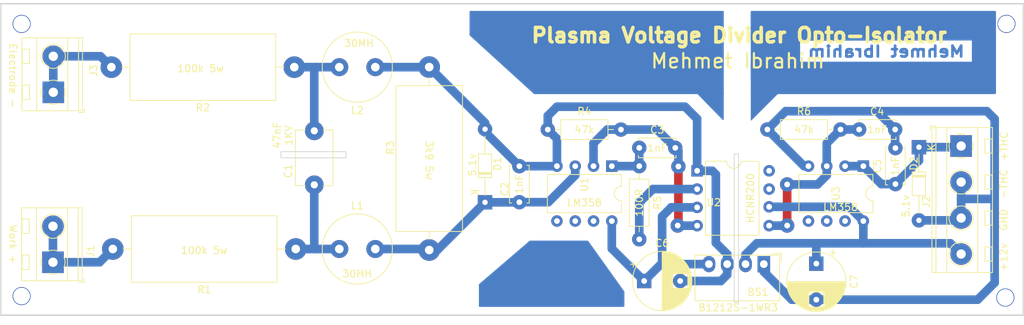
<source format=kicad_pcb>
(kicad_pcb (version 20211014) (generator pcbnew)
  (title_block (title "Plasma Voltage Divider Opto-Isolator") (date "2023-04-16") (company "Mehmet Ibrahim") (comment 1 "https://www.youtube.com/@MehmetIbrahim") (comment 2 "Can be canceled and 2 separate sources can be used.") (comment 3 "B1212S-1WR3 was used to use a single source in the circuit.") (comment 4 "For complete isolation, the circuit must be fed from 2 different sources."))
  (layers (0 "F.Cu" signal) (31 "B.Cu" signal) (34 "B.Paste" user) (35 "F.Paste" user) (36 "B.SilkS" user "B.Silkscreen") (37 "F.SilkS" user "F.Silkscreen") (38 "B.Mask" user) (39 "F.Mask" user) (44 "Edge.Cuts" user))
  (net 0 "")
  (net 1 "Net-(C1-Pad1)")
  (net 2 "Net-(C1-Pad2)")
  (net 3 "Net-(BS1-Pad2)")
  (net 4 "Net-(C3-Pad1)")
  (net 5 "Net-(BS1-Pad4)")
  (net 8 "GND2")
  (net 9 "GND1")
  (net 10 "Net-(C3-Pad2)")
  (net 11 "Net-(C5-Pad1)")
  (net 12 "Net-(C2-Pad1)")
  (net 13 "Net-(C4-Pad1)")
  (net 14 "Net-(R5-Pad2)")
  (net 15 "Net-(J1-Pad1)")
  (net 16 "Net-(J3-Pad1)")
  (footprint "Diode_THT:D_DO-34_SOD68_P10.16mm_Horizontal" (layer "F.Cu") (at 201 94.92 -90)
    (fp_text reference "D2" (at 2.28 0.7 90) (layer "F.SilkS"))
    (fp_text value "5.1v")
    (fp_text user "K" (at 0 -1.75 90) (layer "F.SilkS"))
    (pad "1" thru_hole rect (at 0 0 270) (size 2 2) (drill 0.75) (layers *.Cu *.Mask) (net 11 "Net-(C5-Pad1)"))
    (pad "2" thru_hole oval (at 10.16 0 270) (size 2 2) (drill 0.75) (layers *.Cu *.Mask) (net 8 "GND2"))
  )
  (footprint "Capacitor_THT:CP_Radial_D8.0mm_P5.00mm" (layer "F.Cu") (at 162.847349 113.5)
    (fp_text reference "C6" (at 2.5 -5.25) (layer "F.SilkS"))
    (fp_text value "2.2µF/25V")
    (pad "1" thru_hole rect (at 0 0) (size 2 2) (drill 0.8) (layers *.Cu *.Mask) (net 5 "Net-(BS1-Pad4)"))
    (pad "2" thru_hole circle (at 5 0) (size 2 2) (drill 0.8) (layers *.Cu *.Mask) (net 9 "GND1"))
  )
  (footprint "Diode_THT:D_DO-34_SOD68_P10.16mm_Horizontal" (layer "F.Cu") (at 140.75 102.58 90)
    (fp_text reference "D1" (at 5.34 1.735 90) (layer "F.SilkS"))
    (fp_text value "5.1v")
    (fp_text user "K" (at 1.38 -1.35 90) (layer "F.SilkS") (effects (justify mirror)))
    (pad "1" thru_hole rect (at 0 0 90) (size 2 2) (drill 0.75) (layers *.Cu *.Mask) (net 12 "Net-(C2-Pad1)"))
    (pad "2" thru_hole oval (at 10.16 0 90) (size 2 2) (drill 0.75) (layers *.Cu *.Mask) (net 9 "GND1"))
  )
  (footprint "TerminalBlock_MetzConnect:TerminalBlock_MetzConnect_Type094_RT03502HBLU_1x02_P5.00mm_Horizontal" (layer "F.Cu") (at 80.755 110.9 90)
    (fp_text reference "J1" (at 1.535 5.25 90) (layer "F.SilkS"))
    (fp_text value "Plasma Positive Work")
    (pad "1" thru_hole rect (at 0 0 90) (size 3 3) (drill 1.3) (layers *.Cu *.Mask) (net 15 "Net-(J1-Pad1)"))
    (pad "2" thru_hole circle (at 5 0 90) (size 3 3) (drill 1.3) (layers *.Cu *.Mask) (net 15 "Net-(J1-Pad1)"))
  )
  (footprint "Inductor_THT:L_Radial_D9.5mm_P5.00mm_Fastron_07HVP" (layer "F.Cu") (at 120.515 109.06)
    (fp_text reference "L1" (at 2.5 -6) (layer "F.SilkS"))
    (fp_text value "9x12 - 30MH")
    (pad "1" thru_hole circle (at 0 0) (size 2.5 2.5) (drill 1.2) (layers *.Cu *.Mask) (net 1 "Net-(C1-Pad1)"))
    (pad "2" thru_hole circle (at 5 0) (size 2.5 2.5) (drill 1.2) (layers *.Cu *.Mask) (net 12 "Net-(C2-Pad1)"))
  )
  (footprint "Capacitor_THT:C_Disc_D5.0mm_W2.5mm_P5.00mm" (layer "F.Cu") (at 197.735 100.045 90)
    (fp_text reference "C5" (at 2.5 -2.5 90) (layer "F.SilkS"))
    (fp_text value "1nF" (at 2.5 -0.01 90) (layer "F.SilkS"))
    (pad "1" thru_hole circle (at 0 0 90) (size 2 2) (drill 0.8) (layers *.Cu *.Mask) (net 11 "Net-(C5-Pad1)"))
    (pad "2" thru_hole circle (at 5 0 90) (size 2 2) (drill 0.8) (layers *.Cu *.Mask) (net 8 "GND2"))
  )
  (footprint "Package_DIP:DIP-8_W7.62mm" (layer "F.Cu") (at 158.355 97.555 -90)
    (fp_text reference "U1" (at 2.54 3.81 90) (layer "F.SilkS"))
    (fp_text value "LM358" (at 5.08 3.81) (layer "F.SilkS"))
    (pad "1" thru_hole rect (at 0 0 270) (size 1.6 1.6) (drill 0.8) (layers *.Cu *.Mask) (net 4 "Net-(C3-Pad1)"))
    (pad "2" thru_hole oval (at 0 2.54 270) (size 1.6 1.6) (drill 0.8) (layers *.Cu *.Mask) (net 10 "Net-(C3-Pad2)"))
    (pad "3" thru_hole oval (at 0 5.08 270) (size 1.6 1.6) (drill 0.8) (layers *.Cu *.Mask) (net 12 "Net-(C2-Pad1)"))
    (pad "4" thru_hole oval (at 0 7.62 270) (size 1.6 1.6) (drill 0.8) (layers *.Cu *.Mask) (net 9 "GND1"))
    (pad "5" thru_hole oval (at 7.62 7.62 270) (size 1.6 1.6) (drill 0.8) (layers *.Cu *.Mask))
    (pad "6" thru_hole oval (at 7.62 5.08 270) (size 1.6 1.6) (drill 0.8) (layers *.Cu *.Mask))
    (pad "7" thru_hole oval (at 7.62 2.54 270) (size 1.6 1.6) (drill 0.8) (layers *.Cu *.Mask))
    (pad "8" thru_hole oval (at 7.62 0 270) (size 1.6 1.6) (drill 0.8) (layers *.Cu *.Mask) (net 5 "Net-(BS1-Pad4)"))
  )
  (footprint "Resistor_THT:R_Axial_DIN0207_L6.3mm_D2.5mm_P10.16mm_Horizontal" (layer "F.Cu") (at 162.165 97.555 -90)
    (fp_text reference "R5" (at 5.08 -2.54 90) (layer "F.SilkS"))
    (fp_text value "100R" (at 5.08 0 90) (layer "F.SilkS"))
    (pad "1" thru_hole circle (at 0 0 270) (size 2 2) (drill 0.8) (layers *.Cu *.Mask) (net 4 "Net-(C3-Pad1)"))
    (pad "2" thru_hole oval (at 10.16 0 270) (size 2 2) (drill 0.8) (layers *.Cu *.Mask) (net 14 "Net-(R5-Pad2)"))
  )
  (footprint "Converter_DCDC:Converter_DCDC_Murata_MEE1SxxxxSC_THT" (layer "F.Cu") (at 179.4575 111.1575 -90)
    (fp_text reference "BS1" (at 3.8925 0.8075) (layer "F.SilkS"))
    (fp_text value "B1212S-1WR3")
    (pad "1" thru_hole rect (at 0 0 180) (size 1.75 2.25) (drill 1.075) (layers *.Cu *.Mask) (net 8 "GND2"))
    (pad "2" thru_hole oval (at 0 2.54 180) (size 1.75 2.25) (drill 1.075) (layers *.Cu *.Mask) (net 3 "Net-(BS1-Pad2)"))
    (pad "3" thru_hole oval (at 0 5.08 180) (size 1.75 2.25) (drill 1.075) (layers *.Cu *.Mask) (net 9 "GND1"))
    (pad "4" thru_hole oval (at 0 7.62 180) (size 1.75 2.25) (drill 1.075) (layers *.Cu *.Mask) (net 5 "Net-(BS1-Pad4)"))
  )
  (footprint "Resistor_THT:R_Axial_DIN0207_L6.3mm_D2.5mm_P10.16mm_Horizontal" (layer "F.Cu") (at 190.115 92.465 180)
    (fp_text reference "R6" (at 5.08 2.53) (layer "F.SilkS"))
    (fp_text value "47k" (at 5.08 -0.01) (layer "F.SilkS"))
    (pad "1" thru_hole circle (at 0 0 180) (size 2 2) (drill 0.8) (layers *.Cu *.Mask) (net 13 "Net-(C4-Pad1)"))
    (pad "2" thru_hole oval (at 10.16 0 180) (size 2 2) (drill 0.8) (layers *.Cu *.Mask) (net 8 "GND2"))
  )
  (footprint "Capacitor_THT:C_Disc_D5.0mm_W2.5mm_P5.00mm" (layer "F.Cu") (at 145.515 102.56 90)
    (fp_text reference "C2" (at 1.81 -2.015 90) (layer "F.SilkS"))
    (fp_text value "1nF")
    (pad "1" thru_hole circle (at 0 0 90) (size 2 2) (drill 0.8) (layers *.Cu *.Mask) (net 12 "Net-(C2-Pad1)"))
    (pad "2" thru_hole circle (at 5 0 90) (size 2 2) (drill 0.8) (layers *.Cu *.Mask) (net 9 "GND1"))
  )
  (footprint "Capacitor_THT:C_Disc_D7.5mm_W5.0mm_P7.50mm" (layer "F.Cu") (at 117.04 100.15 90)
    (fp_text reference "C1" (at 1.91 -3.615 90) (layer "F.SilkS"))
    (fp_text value "47nF 1KV")
    (pad "1" thru_hole circle (at 0 0 90) (size 2.6 2.6) (drill 1) (layers *.Cu *.Mask) (net 1 "Net-(C1-Pad1)"))
    (pad "2" thru_hole circle (at 7.5 0 90) (size 2.6 2.6) (drill 1) (layers *.Cu *.Mask) (net 2 "Net-(C1-Pad2)"))
  )
  (footprint "Package_DIP:DIP-8_W7.62mm" (layer "F.Cu") (at 170.2 98.2)
    (fp_text reference "U2" (at 2.3 4.4) (layer "F.SilkS"))
    (fp_text value "HCNR200" (at 7.4 3.8 90) (layer "F.SilkS"))
    (pad "1" thru_hole rect (at 0 0) (size 1.6 1.6) (drill 0.8) (layers *.Cu *.Mask) (net 9 "GND1"))
    (pad "2" thru_hole oval (at 0 2.54) (size 1.6 1.6) (drill 0.8) (layers *.Cu *.Mask) (net 14 "Net-(R5-Pad2)"))
    (pad "3" thru_hole oval (at 0 5.08) (size 1.6 1.6) (drill 0.8) (layers *.Cu *.Mask) (net 5 "Net-(BS1-Pad4)"))
    (pad "4" thru_hole oval (at 0 7.62) (size 1.6 1.6) (drill 0.8) (layers *.Cu *.Mask) (net 10 "Net-(C3-Pad2)"))
    (pad "5" thru_hole oval (at 10 7.62) (size 1.6 1.6) (drill 0.8) (layers *.Cu *.Mask) (net 13 "Net-(C4-Pad1)"))
    (pad "6" thru_hole oval (at 10 5) (size 1.6 1.6) (drill 0.8) (layers *.Cu *.Mask) (net 3 "Net-(BS1-Pad2)"))
    (pad "7" thru_hole oval (at 10 2.54) (size 1.6 1.6) (drill 0.8) (layers *.Cu *.Mask))
    (pad "8" thru_hole oval (at 10 0) (size 1.6 1.6) (drill 0.8) (layers *.Cu *.Mask))
  )
  (footprint "Resistor_THT:R_Axial_DIN0922_L20.0mm_D9.0mm_P25.40mm_Horizontal" (layer "F.Cu") (at 133 83.8 -90)
    (fp_text reference "R3" (at 11.2 5.4 90) (layer "F.SilkS"))
    (fp_text value "3k9")
    (pad "1" thru_hole circle (at 0 0 270) (size 3 3) (drill 1.2) (layers *.Cu *.Mask) (net 9 "GND1"))
    (pad "2" thru_hole oval (at 25.4 0 270) (size 3 3) (drill 1.2) (layers *.Cu *.Mask) (net 12 "Net-(C2-Pad1)"))
  )
  (footprint "Inductor_THT:L_Radial_D9.5mm_P5.00mm_Fastron_07HVP" (layer "F.Cu") (at 125.515 83.81 180)
    (fp_text reference "L2" (at 2.5 -6) (layer "F.SilkS"))
    (fp_text value "9x12 - 30MH")
    (pad "1" thru_hole circle (at 0 0 180) (size 2.5 2.5) (drill 1.2) (layers *.Cu *.Mask) (net 9 "GND1"))
    (pad "2" thru_hole circle (at 5 0 180) (size 2.5 2.5) (drill 1.2) (layers *.Cu *.Mask) (net 2 "Net-(C1-Pad2)"))
  )
  (footprint "TerminalBlock_MetzConnect:TerminalBlock_MetzConnect_Type094_RT03504HBLU_1x04_P5.00mm_Horizontal" (layer "F.Cu") (at 206.86 94.76 -90)
    (fp_text reference "J2" (at 7.75 4.845 90) (layer "F.SilkS"))
    (fp_text value "Power / Output")
    (pad "1" thru_hole rect (at 0 0 270) (size 3 3) (drill 1.3) (layers *.Cu *.Mask) (net 11 "Net-(C5-Pad1)"))
    (pad "2" thru_hole circle (at 5 0 270) (size 3 3) (drill 1.3) (layers *.Cu *.Mask) (net 8 "GND2"))
    (pad "3" thru_hole circle (at 10 0 270) (size 3 3) (drill 1.3) (layers *.Cu *.Mask) (net 8 "GND2"))
    (pad "4" thru_hole circle (at 15 0 270) (size 3 3) (drill 1.3) (layers *.Cu *.Mask) (net 3 "Net-(BS1-Pad2)"))
  )
  (footprint "Capacitor_THT:CP_Radial_D8.0mm_P5.00mm" (layer "F.Cu") (at 186.75 111.097349 -90)
    (fp_text reference "C7" (at 2.5 -5.25 90) (layer "F.SilkS"))
    (fp_text value "2.2µF/25V")
    (pad "1" thru_hole rect (at 0 0 270) (size 2 2) (drill 0.8) (layers *.Cu *.Mask) (net 3 "Net-(BS1-Pad2)"))
    (pad "2" thru_hole circle (at 5 0 270) (size 2 2) (drill 0.8) (layers *.Cu *.Mask) (net 8 "GND2"))
  )
  (footprint "Resistor_THT:R_Axial_DIN0922_L20.0mm_D9.0mm_P25.40mm_Horizontal" (layer "F.Cu") (at 114.265 83.81 180)
    (fp_text reference "R2" (at 12.7 -5.62) (layer "F.SilkS"))
    (fp_text value "100k")
    (pad "1" thru_hole circle (at 0 0 180) (size 3 3) (drill 1.2) (layers *.Cu *.Mask) (net 2 "Net-(C1-Pad2)"))
    (pad "2" thru_hole oval (at 25.4 0 180) (size 3 3) (drill 1.2) (layers *.Cu *.Mask) (net 16 "Net-(J3-Pad1)"))
  )
  (footprint "Capacitor_THT:C_Disc_D5.0mm_W2.5mm_P5.00mm" (layer "F.Cu") (at 162.165 95.015)
    (fp_text reference "C3" (at 2.5 -2.5) (layer "F.SilkS"))
    (fp_text value "1nF" (at 2.5 0) (layer "F.SilkS"))
    (pad "1" thru_hole circle (at 0 0) (size 2 2) (drill 0.8) (layers *.Cu *.Mask) (net 4 "Net-(C3-Pad1)"))
    (pad "2" thru_hole circle (at 5 0) (size 2 2) (drill 0.8) (layers *.Cu *.Mask) (net 10 "Net-(C3-Pad2)"))
  )
  (footprint "Resistor_THT:R_Axial_DIN0207_L6.3mm_D2.5mm_P10.16mm_Horizontal" (layer "F.Cu") (at 149.465 92.475)
    (fp_text reference "R4" (at 5.08 -2.54) (layer "F.SilkS"))
    (fp_text value "47k" (at 5.08 0) (layer "F.SilkS"))
    (pad "1" thru_hole circle (at 0 0) (size 2 2) (drill 0.8) (layers *.Cu *.Mask) (net 9 "GND1"))
    (pad "2" thru_hole oval (at 10.16 0) (size 2 2) (drill 0.8) (layers *.Cu *.Mask) (net 10 "Net-(C3-Pad2)"))
  )
  (footprint "Resistor_THT:R_Axial_DIN0922_L20.0mm_D9.0mm_P25.40mm_Horizontal" (layer "F.Cu") (at 114.465 109.06 180)
    (fp_text reference "R1" (at 12.7 -5.62) (layer "F.SilkS"))
    (fp_text value "100k")
    (pad "1" thru_hole circle (at 0 0 180) (size 3 3) (drill 1.2) (layers *.Cu *.Mask) (net 1 "Net-(C1-Pad1)"))
    (pad "2" thru_hole oval (at 25.4 0 180) (size 3 3) (drill 1.2) (layers *.Cu *.Mask) (net 15 "Net-(J1-Pad1)"))
  )
  (footprint "Capacitor_THT:C_Disc_D5.0mm_W2.5mm_P5.00mm" (layer "F.Cu") (at 192.695 92.465)
    (fp_text reference "C4" (at 2.5 -2.5) (layer "F.SilkS"))
    (fp_text value "1nF" (at 2.5 0.01) (layer "F.SilkS"))
    (pad "1" thru_hole circle (at 0 0) (size 2 2) (drill 0.8) (layers *.Cu *.Mask) (net 13 "Net-(C4-Pad1)"))
    (pad "2" thru_hole circle (at 5 0) (size 2 2) (drill 0.8) (layers *.Cu *.Mask) (net 8 "GND2"))
  )
  (footprint "TerminalBlock_MetzConnect:TerminalBlock_MetzConnect_Type094_RT03502HBLU_1x02_P5.00mm_Horizontal" (layer "F.Cu") (at 80.8 87.3 90)
    (fp_text reference "J3" (at 3 5.595 90) (layer "F.SilkS"))
    (fp_text value "Plasma Negative Electrode")
    (pad "1" thru_hole rect (at 0 0 90) (size 3 3) (drill 1.3) (layers *.Cu *.Mask) (net 16 "Net-(J3-Pad1)"))
    (pad "2" thru_hole circle (at 5 0 90) (size 3 3) (drill 1.3) (layers *.Cu *.Mask) (net 16 "Net-(J3-Pad1)"))
  )
  (footprint "Package_DIP:DIP-8_W7.62mm" (layer "F.Cu") (at 193.28 97.555 -90)
    (fp_text reference "U3" (at 3.81 3.81 90) (layer "F.SilkS"))
    (fp_text value "LM358" (at 5.705 3.165) (layer "F.SilkS"))
    (pad "1" thru_hole rect (at 0 0 270) (size 1.6 1.6) (drill 0.8) (layers *.Cu *.Mask) (net 11 "Net-(C5-Pad1)"))
    (pad "2" thru_hole oval (at 0 2.54 270) (size 1.6 1.6) (drill 0.8) (layers *.Cu *.Mask) (net 11 "Net-(C5-Pad1)"))
    (pad "3" thru_hole oval (at 0 5.08 270) (size 1.6 1.6) (drill 0.8) (layers *.Cu *.Mask) (net 13 "Net-(C4-Pad1)"))
    (pad "4" thru_hole oval (at 0 7.62 270) (size 1.6 1.6) (drill 0.8) (layers *.Cu *.Mask) (net 8 "GND2"))
    (pad "5" thru_hole oval (at 7.62 7.62 270) (size 1.6 1.6) (drill 0.8) (layers *.Cu *.Mask))
    (pad "6" thru_hole oval (at 7.62 5.08 270) (size 1.6 1.6) (drill 0.8) (layers *.Cu *.Mask))
    (pad "7" thru_hole oval (at 7.62 2.54 270) (size 1.6 1.6) (drill 0.8) (layers *.Cu *.Mask))
    (pad "8" thru_hole oval (at 7.62 0 270) (size 1.6 1.6) (drill 0.8) (layers *.Cu *.Mask) (net 3 "Net-(BS1-Pad2)"))
  )
  (gr_poly (pts (xy 177.75 91.05) (xy 177.75 87.5) (xy 181.45 87.35)) (layer "B.Cu") (width 0.2) (fill solid))
  (gr_poly (pts (xy 211.55 80) (xy 177.75 80.05) (xy 177.75 76.1) (xy 211.55 76.1)) (layer "B.Cu") (width 0.2) (fill solid))
  (gr_rect (start 211.6 76.125) (end 208.45 87.375) (layer "B.Cu") (width 0.2) (fill solid))
  (gr_rect (start 177.75 76.25) (end 184.4 85.45) (layer "B.Cu") (width 0.2) (fill solid))
  (gr_poly (pts (xy 173.8 87.45) (xy 173.8 91.05) (xy 170.1 87.25)) (layer "B.Cu") (width 0.2) (fill solid))
  (gr_poly (pts (xy 211.55 87.45) (xy 177.75 87.45) (xy 177.75 83.15) (xy 211.55 83.15)) (layer "B.Cu") (width 0.2) (fill solid))
  (gr_poly (pts (xy 160 115) (xy 160 117) (xy 140 117) (xy 140 114) (xy 147 108) (xy 155 108)) (layer "B.Cu") (width 0.2) (fill solid))
  (gr_poly (pts (xy 173.8 87.45) (xy 147.6 87.45) (xy 138.7 79.35) (xy 138.7 76.1) (xy 173.8 76.1)) (layer "B.Cu") (width 0.2) (fill solid))
  (gr_rect (start 73.5 75) (end 215.5 118.25) (layer "Edge.Cuts") (width 0.2) (fill none))
  (gr_rect (start 121.445 95.55) (end 112.395 96.4) (layer "Edge.Cuts") (width 0.1) (fill none))
  (gr_rect (start 175.35 95.85) (end 175.95 116.425) (layer "Edge.Cuts") (width 0.1) (fill none))
  (gr_text "Mehmet Ibrahim" (at 196.45 81.65) (layer "B.Cu") (effects (font (size 1.5 1.8) (thickness 0.375)) (justify mirror)))
  (gr_text "+12v" (at 212.765 110.2 90) (layer "F.SilkS") (effects (font (size 1 1))))
  (gr_text "47nF\n1KV" (at 112.68 93.28 90) (layer "F.SilkS") (effects (font (size 1 1))))
  (gr_text "1nF" (at 145.5 100.06 90) (layer "F.SilkS") (effects (font (size 1 1))))
  (gr_text "-THC" (at 212.765 100 90) (layer "F.SilkS") (effects (font (size 1 1))))
  (gr_text "5.1v" (at 199.2 103.1 90) (layer "F.SilkS") (effects (font (size 1 1))))
  (gr_text "Work +" (at 75.2 108.4 -90) (layer "F.SilkS") (effects (font (size 1 1))))
  (gr_text "5.1v" (at 139 97.4 90) (layer "F.SilkS") (effects (font (size 1 1))))
  (gr_text "100k 5w" (at 101.75 109.25) (layer "F.SilkS") (effects (font (size 1 1))))
  (gr_text "100k 5w" (at 101.25 84) (layer "F.SilkS") (effects (font (size 1 1))))
  (gr_text "3k9 5w" (at 133 96.75 -90) (layer "F.SilkS") (effects (font (size 1 1))))
  (gr_text "Plasma Voltage Divider Opto-Isolator" (at 176.05 79.4) (layer "F.SilkS") (effects (font (size 2 2) (thickness 0.5))))
  (gr_text "Electrode -" (at 75.2 85 -90) (layer "F.SilkS") (effects (font (size 1 1))))
  (gr_text "+THC" (at 212.8 94.8 90) (layer "F.SilkS") (effects (font (size 1 1))))
  (gr_text "GND" (at 212.765 105.01 90) (layer "F.SilkS") (effects (font (size 1 1))))
  (gr_text "B1212S-1WR3" (at 175.9 117.2) (layer "F.SilkS") (effects (font (size 1 1))))
  (gr_text "30MH" (at 123 112.5) (layer "F.SilkS") (effects (font (size 1 1))))
  (gr_text "30MH" (at 123.25 80.5) (layer "F.SilkS") (effects (font (size 1 1))))
  (gr_text "Mehmet Ibrahim" (at 175.85 82.95) (layer "F.SilkS") (effects (font (size 2 2) (thickness 0.3))))
  (via (at 213.1495 77.8) (size 2.5) (drill 2.3) (layers "F.Cu" "B.Cu") (net 0))
  (via (at 76.4 115.6) (size 2.5) (drill 2.3) (layers "F.Cu" "B.Cu") (net 0))
  (via (at 213 115.8) (size 2.5) (drill 2.3) (layers "F.Cu" "B.Cu") (net 0))
  (via (at 76.4 77.8) (size 2.5) (drill 2.3) (layers "F.Cu" "B.Cu") (net 0))
  (segment (start 117.14 109.06) (end 120.515 109.06) (width 1.2) (layer "B.Cu") (net 1))
  (segment (start 117.04 108.96) (end 117.14 109.06) (width 1.2) (layer "B.Cu") (net 1))
  (segment (start 114.465 109.06) (end 117.14 109.06) (width 1.2) (layer "B.Cu") (net 1))
  (segment (start 117.04 100.15) (end 117.04 108.96) (width 1.2) (layer "B.Cu") (net 1))
  (segment (start 117.04 92.65) (end 117.04 84.08) (width 1.2) (layer "B.Cu") (net 2))
  (segment (start 117.31 83.81) (end 120.515 83.81) (width 1.2) (layer "B.Cu") (net 2))
  (segment (start 114.265 83.81) (end 117.31 83.81) (width 1.2) (layer "B.Cu") (net 2))
  (segment (start 117.04 84.08) (end 117.31 83.81) (width 1.2) (layer "B.Cu") (net 2))
  (segment (start 176.9175 111.1575) (end 176.9175 109.8325) (width 1.2) (layer "B.Cu") (net 3))
  (segment (start 193.28 108.22) (end 193.235 108.265) (width 1.2) (layer "B.Cu") (net 3))
  (segment (start 186.75 111.097349) (end 186.75 108.28) (width 1.2) (layer "B.Cu") (net 3))
  (segment (start 186.765 108.265) (end 193.235 108.265) (width 1.2) (layer "B.Cu") (net 3))
  (segment (start 205.365 108.265) (end 193.235 108.265) (width 1.2) (layer "B.Cu") (net 3))
  (segment (start 180.2 103.2) (end 191.305 103.2) (width 1.2) (layer "B.Cu") (net 3))
  (segment (start 193.28 105.175) (end 193.28 108.22) (width 1.2) (layer "B.Cu") (net 3))
  (segment (start 176.9175 109.8325) (end 178.485 108.265) (width 1.2) (layer "B.Cu") (net 3))
  (segment (start 178.485 108.265) (end 186.765 108.265) (width 1.2) (layer "B.Cu") (net 3))
  (segment (start 191.305 103.2) (end 193.28 105.175) (width 1.2) (layer "B.Cu") (net 3))
  (segment (start 186.75 108.28) (end 186.765 108.265) (width 1.2) (layer "B.Cu") (net 3))
  (segment (start 206.86 109.76) (end 205.365 108.265) (width 1.2) (layer "B.Cu") (net 3))
  (segment (start 158.355 97.555) (end 162.165 97.555) (width 1.2) (layer "B.Cu") (net 4))
  (segment (start 162.165 97.555) (end 162.165 95.015) (width 1.2) (layer "B.Cu") (net 4))
  (segment (start 166.61 103.27) (end 165.34 104.54) (width 1.2) (layer "B.Cu") (net 5))
  (segment (start 165.490151 111.1575) (end 165.34 111.007349) (width 1.2) (layer "B.Cu") (net 5))
  (segment (start 158.355 105.175) (end 158.355 109.007651) (width 1.2) (layer "B.Cu") (net 5))
  (segment (start 170.2 103.28) (end 166.62 103.28) (width 1.2) (layer "B.Cu") (net 5))
  (segment (start 165.34 104.54) (end 165.34 111.007349) (width 1.2) (layer "B.Cu") (net 5))
  (segment (start 158.355 109.007651) (end 162.847349 113.5) (width 1.2) (layer "B.Cu") (net 5))
  (segment (start 171.8375 111.1575) (end 165.490151 111.1575) (width 1.2) (layer "B.Cu") (net 5))
  (segment (start 166.62 103.28) (end 166.61 103.27) (width 1.2) (layer "B.Cu") (net 5))
  (segment (start 165.34 111.007349) (end 162.847349 113.5) (width 1.2) (layer "B.Cu") (net 5))
  (segment (start 195.155 89.925) (end 182.495 89.925) (width 1.2) (layer "B.Cu") (net 8))
  (segment (start 183.347349 116.097349) (end 186.75 116.097349) (width 1.2) (layer "B.Cu") (net 8))
  (segment (start 201 105.08) (end 206.54 105.08) (width 1.2) (layer "B.Cu") (net 8))
  (segment (start 211.515 112.76) (end 211.515 102.26) (width 1.2) (layer "B.Cu") (net 8))
  (segment (start 182.495 89.925) (end 179.955 92.465) (width 1.2) (layer "B.Cu") (net 8))
  (segment (start 211.515 102.26) (end 211.515 91.01) (width 1.2) (layer "B.Cu") (net 8))
  (segment (start 197.695 92.465) (end 195.155 89.925) (width 1.2) (layer "B.Cu") (net 8))
  (segment (start 206.54 105.08) (end 206.86 104.76) (width 1.2) (layer "B.Cu") (net 8))
  (segment (start 179.4575 112.2075) (end 183.347349 116.097349) (width 1.2) (layer "B.Cu") (net 8))
  (segment (start 211.515 91.01) (end 210.43 89.925) (width 1.2) (layer "B.Cu") (net 8))
  (segment (start 186.75 116.097349) (end 209.152651 116.097349) (width 1.2) (layer "B.Cu") (net 8))
  (segment (start 211.515 113.735) (end 211.515 112.76) (width 1.2) (layer "B.Cu") (net 8))
  (segment (start 197.695 92.465) (end 197.695 95.005) (width 1.2) (layer "B.Cu") (net 8))
  (segment (start 206.86 102.105) (end 211.36 102.105) (width 1.2) (layer "B.Cu") (net 8))
  (segment (start 211.36 102.105) (end 211.515 102.26) (width 1.2) (layer "B.Cu") (net 8))
  (segment (start 179.4575 111.1575) (end 179.4575 112.2075) (width 1.2) (layer "B.Cu") (net 8))
  (segment (start 206.86 102.105) (end 206.86 104.76) (width 1.2) (layer "B.Cu") (net 8))
  (segment (start 210.43 89.925) (end 195.155 89.925) (width 1.2) (layer "B.Cu") (net 8))
  (segment (start 209.152651 116.097349) (end 211.515 113.735) (width 1.2) (layer "B.Cu") (net 8))
  (segment (start 185.045 97.555) (end 179.955 92.465) (width 1.2) (layer "B.Cu") (net 8))
  (segment (start 185.66 97.555) (end 185.045 97.555) (width 1.2) (layer "B.Cu") (net 8))
  (segment (start 206.86 99.76) (end 206.86 102.105) (width 1.2) (layer "B.Cu") (net 8))
  (segment (start 197.695 95.005) (end 197.735 95.045) (width 1.2) (layer "B.Cu") (net 8))
  (segment (start 170.2 98.2) (end 172.3 98.2) (width 1.2) (layer "B.Cu") (net 9))
  (segment (start 145.515 97.56) (end 150.73 97.56) (width 1.2) (layer "B.Cu") (net 9))
  (segment (start 149.465 90.57) (end 150.735 89.3) (width 1.2) (layer "B.Cu") (net 9))
  (segment (start 132.99 83.81) (end 133 83.8) (width 1.2) (layer "B.Cu") (net 9))
  (segment (start 172.3 98.2) (end 172.8 98.7) (width 1.2) (layer "B.Cu") (net 9))
  (segment (start 149.465 92.475) (end 149.465 90.57) (width 1.2) (layer "B.Cu") (net 9))
  (segment (start 140.75 92.795) (end 145.515 97.56) (width 1.2) (layer "B.Cu") (net 9))
  (segment (start 174.3775 109.7775) (end 174.3775 111.1575) (width 1.2) (layer "B.Cu") (net 9))
  (segment (start 174.3775 111.1575) (end 174.3775 112.6225) (width 1.2) (layer "B.Cu") (net 9))
  (segment (start 150.735 89.3) (end 168.515 89.3) (width 1.2) (layer "B.Cu") (net 9))
  (segment (start 140.75 92.42) (end 140.75 92.795) (width 1.2) (layer "B.Cu") (net 9))
  (segment (start 150.735 97.555) (end 150.735 93.745) (width 1.2) (layer "B.Cu") (net 9))
  (segment (start 174.3775 112.6225) (end 173.5 113.5) (width 1.2) (layer "B.Cu") (net 9))
  (segment (start 150.73 97.56) (end 150.735 97.555) (width 1.2) (layer "B.Cu") (net 9))
  (segment (start 172.8 98.7) (end 172.8 108.2) (width 1.2) (layer "B.Cu") (net 9))
  (segment (start 170.2 98.2) (end 170.2 90.985) (width 1.2) (layer "B.Cu") (net 9))
  (segment (start 170.2 90.985) (end 168.515 89.3) (width 1.2) (layer "B.Cu") (net 9))
  (segment (start 125.515 83.81) (end 132.99 83.81) (width 1.2) (layer "B.Cu") (net 9))
  (segment (start 172.8 108.2) (end 174.3775 109.7775) (width 1.2) (layer "B.Cu") (net 9))
  (segment (start 140.75 91.55) (end 133 83.8) (width 1.2) (layer "B.Cu") (net 9))
  (segment (start 150.735 93.745) (end 149.465 92.475) (width 1.2) (layer "B.Cu") (net 9))
  (segment (start 140.75 92.42) (end 140.75 91.55) (width 1.2) (layer "B.Cu") (net 9))
  (segment (start 173.5 113.5) (end 167.847349 113.5) (width 1.2) (layer "B.Cu") (net 9))
  (segment (start 167.6 105.7) (end 167.5 105.8) (width 1.2) (layer "F.Cu") (net 10))
  (segment (start 167.6 97.6) (end 167.6 105.7) (width 1.2) (layer "F.Cu") (net 10))
  (via (at 167.5 105.8) (size 2) (drill 0.8) (layers "F.Cu" "B.Cu") (net 10))
  (via (at 167.6 97.6) (size 2) (drill 0.8) (layers "F.Cu" "B.Cu") (net 10))
  (segment (start 155.815 94.38) (end 155.815 97.555) (width 1.2) (layer "B.Cu") (net 10))
  (segment (start 167.52 105.82) (end 167.5 105.8) (width 1.2) (layer "B.Cu") (net 10))
  (segment (start 157.72 92.475) (end 155.815 94.38) (width 1.2) (layer "B.Cu") (net 10))
  (segment (start 167.6 95.45) (end 167.165 95.015) (width 1.2) (layer "B.Cu") (net 10))
  (segment (start 159.625 92.475) (end 157.72 92.475) (width 1.2) (layer "B.Cu") (net 10))
  (segment (start 159.625 92.475) (end 164.625 92.475) (width 1.2) (layer "B.Cu") (net 10))
  (segment (start 170.2 105.82) (end 167.52 105.82) (width 1.2) (layer "B.Cu") (net 10))
  (segment (start 167.6 97.6) (end 167.6 95.45) (width 1.2) (layer "B.Cu") (net 10))
  (segment (start 164.625 92.475) (end 167.165 95.015) (width 1.2) (layer "B.Cu") (net 10))
  (segment (start 205.765 94.76) (end 206.86 94.76) (width 1.2) (layer "B.Cu") (net 11))
  (segment (start 206.7 94.92) (end 206.86 94.76) (width 1.2) (layer "B.Cu") (net 11))
  (segment (start 201 94.92) (end 201 96.78) (width 1.2) (layer "B.Cu") (net 11))
  (segment (start 201 94.92) (end 206.7 94.92) (width 1.2) (layer "B.Cu") (net 11))
  (segment (start 190.74 97.555) (end 193.28 97.555) (width 1.2) (layer "B.Cu") (net 11))
  (segment (start 195.77 100.045) (end 193.28 97.555) (width 1.2) (layer "B.Cu") (net 11))
  (segment (start 197.735 100.045) (end 195.77 100.045) (width 1.2) (layer "B.Cu") (net 11))
  (segment (start 201 96.78) (end 197.735 100.045) (width 1.2) (layer "B.Cu") (net 11))
  (segment (start 153.275 98.825) (end 153.275 97.555) (width 1.2) (layer "B.Cu") (net 12))
  (segment (start 133 109.2) (end 134.13 109.2) (width 1.2) (layer "B.Cu") (net 12))
  (segment (start 134.13 109.2) (end 140.75 102.58) (width 1.2) (layer "B.Cu") (net 12))
  (segment (start 145.515 102.56) (end 149.54 102.56) (width 1.2) (layer "B.Cu") (net 12))
  (segment (start 145.495 102.58) (end 145.515 102.56) (width 1.2) (layer "B.Cu") (net 12))
  (segment (start 125.515 109.06) (end 132.86 109.06) (width 1.2) (layer "B.Cu") (net 12))
  (segment (start 149.54 102.56) (end 153.275 98.825) (width 1.2) (layer "B.Cu") (net 12))
  (segment (start 140.75 102.58) (end 145.495 102.58) (width 1.2) (layer "B.Cu") (net 12))
  (segment (start 132.86 109.06) (end 133 109.2) (width 1.2) (layer "B.Cu") (net 12))
  (segment (start 182.485 100.31) (end 182.7 100.095) (width 1.2) (layer "F.Cu") (net 13))
  (segment (start 182.7 100.095) (end 182.7 105.8) (width 1.2) (layer "F.Cu") (net 13))
  (via (at 182.7 100.095) (size 2) (drill 0.8) (layers "F.Cu" "B.Cu") (net 13))
  (via (at 182.7 105.8) (size 2) (drill 0.8) (layers "F.Cu" "B.Cu") (net 13))
  (segment (start 188.2 98.825) (end 188.2 97.555) (width 1.2) (layer "B.Cu") (net 13))
  (segment (start 180.2 105.82) (end 182.68 105.82) (width 1.2) (layer "B.Cu") (net 13))
  (segment (start 188.2 97.555) (end 188.2 94.38) (width 1.2) (layer "B.Cu") (net 13))
  (segment (start 190.115 92.465) (end 192.695 92.465) (width 1.2) (layer "B.Cu") (net 13))
  (segment (start 186.93 100.095) (end 188.2 98.825) (width 1.2) (layer "B.Cu") (net 13))
  (segment (start 182.68 105.82) (end 182.7 105.8) (width 1.2) (layer "B.Cu") (net 13))
  (segment (start 182.7 100.095) (end 186.93 100.095) (width 1.2) (layer "B.Cu") (net 13))
  (segment (start 188.2 94.38) (end 190.115 92.465) (width 1.2) (layer "B.Cu") (net 13))
  (segment (start 170.2 100.74) (end 164.06 100.74) (width 1.2) (layer "B.Cu") (net 14))
  (segment (start 162.165 107.715) (end 162.165 102.635) (width 1.2) (layer "B.Cu") (net 14))
  (segment (start 162.165 102.635) (end 164.06 100.74) (width 1.2) (layer "B.Cu") (net 14))
  (segment (start 80.755 105.9) (end 80.755 110.9) (width 1.2) (layer "B.Cu") (net 15))
  (segment (start 80.755 110.9) (end 87.225 110.9) (width 1.2) (layer "B.Cu") (net 15))
  (segment (start 87.225 110.9) (end 89.065 109.06) (width 1.2) (layer "B.Cu") (net 15))
  (segment (start 87.355 82.3) (end 88.865 83.81) (width 1.2) (layer "B.Cu") (net 16))
  (segment (start 88.665 84.01) (end 88.865 83.81) (width 1.2) (layer "B.Cu") (net 16))
  (segment (start 80.8 82.3) (end 80.8 87.3) (width 1.2) (layer "B.Cu") (net 16))
  (segment (start 80.8 82.3) (end 87.355 82.3) (width 1.2) (layer "B.Cu") (net 16))
)
</source>
